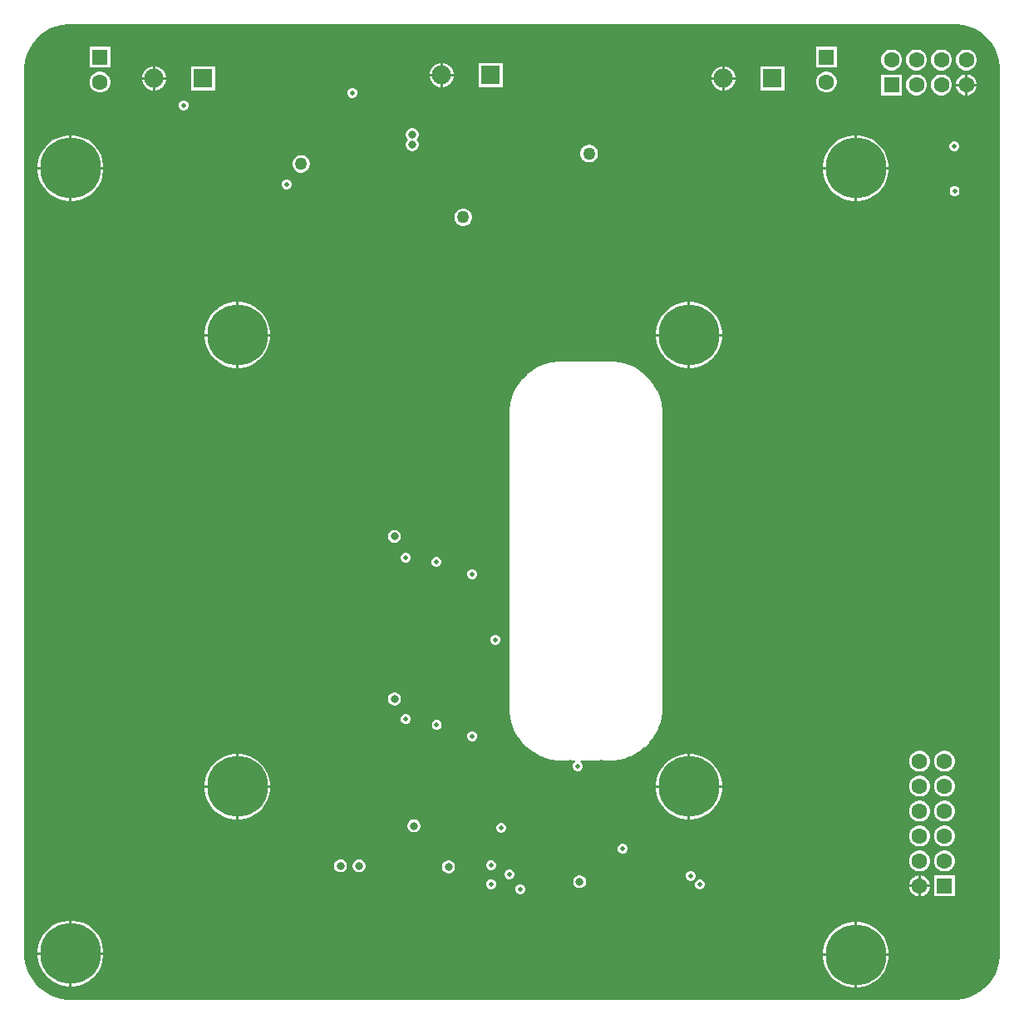
<source format=gbr>
%TF.GenerationSoftware,Altium Limited,Altium Designer,24.0.1 (36)*%
G04 Layer_Physical_Order=2*
G04 Layer_Color=36540*
%FSLAX25Y25*%
%MOIN*%
%TF.SameCoordinates,D5D63520-F272-4D0B-AB48-B6EDFC209223*%
%TF.FilePolarity,Positive*%
%TF.FileFunction,Copper,L2,Inr,Signal*%
%TF.Part,Single*%
G01*
G75*
%TA.AperFunction,ComponentPad*%
%ADD46R,0.07677X0.07677*%
%ADD47C,0.07677*%
%ADD48C,0.06299*%
%ADD49R,0.06299X0.06299*%
%ADD50R,0.06299X0.06299*%
%TA.AperFunction,ViaPad*%
%ADD51C,0.24410*%
%ADD52C,0.01968*%
%ADD53C,0.05000*%
%ADD54C,0.03150*%
G36*
X377629Y392180D02*
X379969Y391553D01*
X382207Y390626D01*
X384305Y389415D01*
X386227Y387940D01*
X387940Y386227D01*
X389415Y384305D01*
X390626Y382207D01*
X391553Y379969D01*
X392180Y377629D01*
X392497Y375227D01*
Y374016D01*
Y19685D01*
Y18474D01*
X392180Y16072D01*
X391553Y13732D01*
X390626Y11494D01*
X389415Y9396D01*
X387940Y7474D01*
X386227Y5761D01*
X384305Y4286D01*
X382207Y3074D01*
X379969Y2147D01*
X377629Y1520D01*
X375227Y1204D01*
X18474D01*
X16072Y1520D01*
X13732Y2147D01*
X11494Y3074D01*
X9396Y4286D01*
X7474Y5760D01*
X5761Y7474D01*
X4286Y9396D01*
X3074Y11494D01*
X2147Y13732D01*
X1520Y16072D01*
X1204Y18474D01*
Y19685D01*
Y374016D01*
Y375227D01*
X1520Y377629D01*
X2147Y379969D01*
X3074Y382207D01*
X4286Y384305D01*
X5760Y386227D01*
X7474Y387940D01*
X9396Y389415D01*
X11494Y390626D01*
X13732Y391553D01*
X16072Y392180D01*
X18474Y392497D01*
X375227D01*
X377629Y392180D01*
D02*
G37*
%LPC*%
G36*
X326984Y383351D02*
X318685D01*
Y375052D01*
X326984D01*
Y383351D01*
D02*
G37*
G36*
X35646Y383275D02*
X27347D01*
Y374975D01*
X35646D01*
Y383275D01*
D02*
G37*
G36*
X379518Y382212D02*
X378425D01*
X377370Y381930D01*
X376424Y381383D01*
X375651Y380611D01*
X375105Y379664D01*
X374822Y378609D01*
Y377517D01*
X375105Y376461D01*
X375651Y375515D01*
X376424Y374742D01*
X377370Y374196D01*
X378425Y373913D01*
X379518D01*
X380573Y374196D01*
X381519Y374742D01*
X382292Y375515D01*
X382838Y376461D01*
X383121Y377517D01*
Y378609D01*
X382838Y379664D01*
X382292Y380611D01*
X381519Y381383D01*
X380573Y381930D01*
X379518Y382212D01*
D02*
G37*
G36*
X369518D02*
X368425D01*
X367370Y381930D01*
X366424Y381383D01*
X365651Y380611D01*
X365105Y379664D01*
X364822Y378609D01*
Y377517D01*
X365105Y376461D01*
X365651Y375515D01*
X366424Y374742D01*
X367370Y374196D01*
X368425Y373913D01*
X369518D01*
X370573Y374196D01*
X371519Y374742D01*
X372292Y375515D01*
X372838Y376461D01*
X373121Y377517D01*
Y378609D01*
X372838Y379664D01*
X372292Y380611D01*
X371519Y381383D01*
X370573Y381930D01*
X369518Y382212D01*
D02*
G37*
G36*
X359518D02*
X358425D01*
X357370Y381930D01*
X356424Y381383D01*
X355651Y380611D01*
X355105Y379664D01*
X354822Y378609D01*
Y377517D01*
X355105Y376461D01*
X355651Y375515D01*
X356424Y374742D01*
X357370Y374196D01*
X358425Y373913D01*
X359518D01*
X360573Y374196D01*
X361519Y374742D01*
X362292Y375515D01*
X362838Y376461D01*
X363121Y377517D01*
Y378609D01*
X362838Y379664D01*
X362292Y380611D01*
X361519Y381383D01*
X360573Y381930D01*
X359518Y382212D01*
D02*
G37*
G36*
X349518D02*
X348425D01*
X347370Y381930D01*
X346424Y381383D01*
X345651Y380611D01*
X345105Y379664D01*
X344822Y378609D01*
Y377517D01*
X345105Y376461D01*
X345651Y375515D01*
X346424Y374742D01*
X347370Y374196D01*
X348425Y373913D01*
X349518D01*
X350573Y374196D01*
X351519Y374742D01*
X352292Y375515D01*
X352838Y376461D01*
X353121Y377517D01*
Y378609D01*
X352838Y379664D01*
X352292Y380611D01*
X351519Y381383D01*
X350573Y381930D01*
X349518Y382212D01*
D02*
G37*
G36*
X169099Y376886D02*
X168962D01*
Y372547D01*
X173301D01*
Y372684D01*
X172971Y373915D01*
X172334Y375018D01*
X171433Y375919D01*
X170330Y376556D01*
X169099Y376886D01*
D02*
G37*
G36*
X167962D02*
X167825D01*
X166595Y376556D01*
X165491Y375919D01*
X164590Y375018D01*
X163953Y373915D01*
X163624Y372684D01*
Y372547D01*
X167962D01*
Y376886D01*
D02*
G37*
G36*
X282133Y375540D02*
X281996D01*
Y371201D01*
X286335D01*
Y371339D01*
X286005Y372569D01*
X285368Y373673D01*
X284467Y374573D01*
X283364Y375210D01*
X282133Y375540D01*
D02*
G37*
G36*
X280996D02*
X280859D01*
X279628Y375210D01*
X278525Y374573D01*
X277624Y373673D01*
X276987Y372569D01*
X276658Y371339D01*
Y371201D01*
X280996D01*
Y375540D01*
D02*
G37*
G36*
X53787Y375464D02*
X53650D01*
Y371125D01*
X57988D01*
Y371262D01*
X57658Y372493D01*
X57021Y373596D01*
X56121Y374497D01*
X55017Y375134D01*
X53787Y375464D01*
D02*
G37*
G36*
X52650D02*
X52513D01*
X51282Y375134D01*
X50179Y374497D01*
X49278Y373596D01*
X48641Y372493D01*
X48311Y371262D01*
Y371125D01*
X52650D01*
Y375464D01*
D02*
G37*
G36*
X379518Y372212D02*
X379471D01*
Y368563D01*
X383121D01*
Y368609D01*
X382838Y369665D01*
X382292Y370611D01*
X381519Y371383D01*
X380573Y371930D01*
X379518Y372212D01*
D02*
G37*
G36*
X378471D02*
X378425D01*
X377370Y371930D01*
X376424Y371383D01*
X375651Y370611D01*
X375105Y369665D01*
X374822Y368609D01*
Y368563D01*
X378471D01*
Y372212D01*
D02*
G37*
G36*
X192986Y376886D02*
X183309D01*
Y367209D01*
X192986D01*
Y376886D01*
D02*
G37*
G36*
X173301Y371547D02*
X168962D01*
Y367209D01*
X169099D01*
X170330Y367538D01*
X171433Y368175D01*
X172334Y369076D01*
X172971Y370180D01*
X173301Y371410D01*
Y371547D01*
D02*
G37*
G36*
X167962D02*
X163624D01*
Y371410D01*
X163953Y370180D01*
X164590Y369076D01*
X165491Y368175D01*
X166595Y367538D01*
X167825Y367209D01*
X167962D01*
Y371547D01*
D02*
G37*
G36*
X306020Y375540D02*
X296342D01*
Y365863D01*
X306020D01*
Y375540D01*
D02*
G37*
G36*
X286335Y370201D02*
X281996D01*
Y365863D01*
X282133D01*
X283364Y366193D01*
X284467Y366830D01*
X285368Y367731D01*
X286005Y368834D01*
X286335Y370065D01*
Y370201D01*
D02*
G37*
G36*
X280996D02*
X276658D01*
Y370065D01*
X276987Y368834D01*
X277624Y367731D01*
X278525Y366830D01*
X279628Y366193D01*
X280859Y365863D01*
X280996D01*
Y370201D01*
D02*
G37*
G36*
X77673Y375464D02*
X67996D01*
Y365787D01*
X77673D01*
Y375464D01*
D02*
G37*
G36*
X57988Y370125D02*
X53650D01*
Y365787D01*
X53787D01*
X55017Y366116D01*
X56121Y366753D01*
X57021Y367654D01*
X57658Y368758D01*
X57988Y369988D01*
Y370125D01*
D02*
G37*
G36*
X52650D02*
X48311D01*
Y369988D01*
X48641Y368758D01*
X49278Y367654D01*
X50179Y366753D01*
X51282Y366116D01*
X52513Y365787D01*
X52650D01*
Y370125D01*
D02*
G37*
G36*
X323381Y373351D02*
X322288D01*
X321233Y373068D01*
X320287Y372522D01*
X319514Y371749D01*
X318968Y370803D01*
X318685Y369748D01*
Y368655D01*
X318968Y367600D01*
X319514Y366654D01*
X320287Y365881D01*
X321233Y365335D01*
X322288Y365052D01*
X323381D01*
X324436Y365335D01*
X325383Y365881D01*
X326155Y366654D01*
X326701Y367600D01*
X326984Y368655D01*
Y369748D01*
X326701Y370803D01*
X326155Y371749D01*
X325383Y372522D01*
X324436Y373068D01*
X323381Y373351D01*
D02*
G37*
G36*
X32042Y373275D02*
X30950D01*
X29894Y372992D01*
X28948Y372446D01*
X28176Y371673D01*
X27629Y370727D01*
X27347Y369671D01*
Y368579D01*
X27629Y367523D01*
X28176Y366577D01*
X28948Y365805D01*
X29894Y365258D01*
X30950Y364976D01*
X32042D01*
X33098Y365258D01*
X34044Y365805D01*
X34817Y366577D01*
X35363Y367523D01*
X35646Y368579D01*
Y369671D01*
X35363Y370727D01*
X34817Y371673D01*
X34044Y372446D01*
X33098Y372992D01*
X32042Y373275D01*
D02*
G37*
G36*
X383121Y367563D02*
X379471D01*
Y363913D01*
X379518D01*
X380573Y364196D01*
X381519Y364742D01*
X382292Y365515D01*
X382838Y366461D01*
X383121Y367516D01*
Y367563D01*
D02*
G37*
G36*
X378471D02*
X374822D01*
Y367516D01*
X375105Y366461D01*
X375651Y365515D01*
X376424Y364742D01*
X377370Y364196D01*
X378425Y363913D01*
X378471D01*
Y367563D01*
D02*
G37*
G36*
X369518Y372212D02*
X368425D01*
X367370Y371930D01*
X366424Y371383D01*
X365651Y370611D01*
X365105Y369665D01*
X364822Y368609D01*
Y367516D01*
X365105Y366461D01*
X365651Y365515D01*
X366424Y364742D01*
X367370Y364196D01*
X368425Y363913D01*
X369518D01*
X370573Y364196D01*
X371519Y364742D01*
X372292Y365515D01*
X372838Y366461D01*
X373121Y367516D01*
Y368609D01*
X372838Y369665D01*
X372292Y370611D01*
X371519Y371383D01*
X370573Y371930D01*
X369518Y372212D01*
D02*
G37*
G36*
X359518D02*
X358425D01*
X357370Y371930D01*
X356424Y371383D01*
X355651Y370611D01*
X355105Y369665D01*
X354822Y368609D01*
Y367516D01*
X355105Y366461D01*
X355651Y365515D01*
X356424Y364742D01*
X357370Y364196D01*
X358425Y363913D01*
X359518D01*
X360573Y364196D01*
X361519Y364742D01*
X362292Y365515D01*
X362838Y366461D01*
X363121Y367516D01*
Y368609D01*
X362838Y369665D01*
X362292Y370611D01*
X361519Y371383D01*
X360573Y371930D01*
X359518Y372212D01*
D02*
G37*
G36*
X353121D02*
X344822D01*
Y363913D01*
X353121D01*
Y372212D01*
D02*
G37*
G36*
X133072Y366857D02*
X132282D01*
X131553Y366555D01*
X130995Y365997D01*
X130693Y365267D01*
Y364478D01*
X130995Y363749D01*
X131553Y363190D01*
X132282Y362888D01*
X133072D01*
X133801Y363190D01*
X134359Y363749D01*
X134661Y364478D01*
Y365267D01*
X134359Y365997D01*
X133801Y366555D01*
X133072Y366857D01*
D02*
G37*
G36*
X65509Y361855D02*
X64719D01*
X63990Y361553D01*
X63432Y360995D01*
X63130Y360265D01*
Y359476D01*
X63432Y358747D01*
X63990Y358189D01*
X64719Y357886D01*
X65509D01*
X66238Y358189D01*
X66796Y358747D01*
X67098Y359476D01*
Y360265D01*
X66796Y360995D01*
X66238Y361553D01*
X65509Y361855D01*
D02*
G37*
G36*
X157049Y350602D02*
X156371D01*
X155716Y350427D01*
X155129Y350088D01*
X154649Y349608D01*
X154310Y349021D01*
X154135Y348367D01*
Y347689D01*
X154310Y347034D01*
X154649Y346447D01*
X155052Y346044D01*
X154649Y345641D01*
X154310Y345054D01*
X154135Y344399D01*
Y343721D01*
X154310Y343066D01*
X154649Y342479D01*
X155129Y342000D01*
X155716Y341661D01*
X156371Y341485D01*
X157049D01*
X157704Y341661D01*
X158291Y342000D01*
X158770Y342479D01*
X159109Y343066D01*
X159285Y343721D01*
Y344399D01*
X159109Y345054D01*
X158770Y345641D01*
X158367Y346044D01*
X158770Y346447D01*
X159109Y347034D01*
X159285Y347689D01*
Y348367D01*
X159109Y349021D01*
X158770Y349608D01*
X158291Y350088D01*
X157704Y350427D01*
X157049Y350602D01*
D02*
G37*
G36*
X374558Y345428D02*
X373769D01*
X373040Y345126D01*
X372481Y344568D01*
X372179Y343839D01*
Y343050D01*
X372481Y342320D01*
X373040Y341762D01*
X373769Y341460D01*
X374558D01*
X375288Y341762D01*
X375846Y342320D01*
X376148Y343050D01*
Y343839D01*
X375846Y344568D01*
X375288Y345126D01*
X374558Y345428D01*
D02*
G37*
G36*
X228178Y343953D02*
X227256D01*
X226366Y343714D01*
X225568Y343253D01*
X224917Y342602D01*
X224456Y341804D01*
X224217Y340914D01*
Y339992D01*
X224456Y339102D01*
X224917Y338304D01*
X225568Y337652D01*
X226366Y337191D01*
X227256Y336953D01*
X228178D01*
X229068Y337191D01*
X229866Y337652D01*
X230518Y338304D01*
X230979Y339102D01*
X231217Y339992D01*
Y340914D01*
X230979Y341804D01*
X230518Y342602D01*
X229866Y343253D01*
X229068Y343714D01*
X228178Y343953D01*
D02*
G37*
G36*
X335685Y347850D02*
X335146D01*
Y335146D01*
X347850D01*
Y335685D01*
X347525Y337738D01*
X346883Y339715D01*
X345939Y341566D01*
X344718Y343248D01*
X343248Y344718D01*
X341566Y345939D01*
X339715Y346883D01*
X337738Y347525D01*
X335685Y347850D01*
D02*
G37*
G36*
X334146D02*
X333606D01*
X331554Y347525D01*
X329577Y346883D01*
X327725Y345939D01*
X326043Y344718D01*
X324574Y343248D01*
X323352Y341566D01*
X322408Y339715D01*
X321766Y337738D01*
X321441Y335685D01*
Y335146D01*
X334146D01*
Y347850D01*
D02*
G37*
G36*
X20724Y347850D02*
X20185D01*
Y335146D01*
X32890D01*
Y335685D01*
X32565Y337738D01*
X31922Y339715D01*
X30979Y341566D01*
X29757Y343248D01*
X28287Y344718D01*
X26606Y345939D01*
X24754Y346883D01*
X22777Y347525D01*
X20724Y347850D01*
D02*
G37*
G36*
X19185D02*
X18646D01*
X16593Y347525D01*
X14616Y346883D01*
X12764Y345939D01*
X11083Y344718D01*
X9613Y343248D01*
X8391Y341566D01*
X7448Y339715D01*
X6805Y337738D01*
X6480Y335685D01*
Y335146D01*
X19185D01*
Y347850D01*
D02*
G37*
G36*
X112665Y339916D02*
X111744D01*
X110854Y339677D01*
X110056Y339216D01*
X109404Y338565D01*
X108943Y337767D01*
X108705Y336877D01*
Y335955D01*
X108943Y335065D01*
X109404Y334267D01*
X110056Y333615D01*
X110854Y333154D01*
X111744Y332916D01*
X112665D01*
X113556Y333154D01*
X114354Y333615D01*
X115005Y334267D01*
X115466Y335065D01*
X115705Y335955D01*
Y336877D01*
X115466Y337767D01*
X115005Y338565D01*
X114354Y339216D01*
X113556Y339677D01*
X112665Y339916D01*
D02*
G37*
G36*
X106755Y330134D02*
X105966D01*
X105236Y329832D01*
X104678Y329274D01*
X104376Y328544D01*
Y327755D01*
X104678Y327026D01*
X105236Y326467D01*
X105966Y326165D01*
X106755D01*
X107484Y326467D01*
X108043Y327026D01*
X108345Y327755D01*
Y328544D01*
X108043Y329274D01*
X107484Y329832D01*
X106755Y330134D01*
D02*
G37*
G36*
X374658Y327468D02*
X373869D01*
X373140Y327166D01*
X372582Y326608D01*
X372280Y325879D01*
Y325090D01*
X372582Y324360D01*
X373140Y323802D01*
X373869Y323500D01*
X374658D01*
X375388Y323802D01*
X375946Y324360D01*
X376248Y325090D01*
Y325879D01*
X375946Y326608D01*
X375388Y327166D01*
X374658Y327468D01*
D02*
G37*
G36*
X347850Y334146D02*
X335146D01*
Y321441D01*
X335685D01*
X337738Y321766D01*
X339715Y322408D01*
X341566Y323352D01*
X343248Y324574D01*
X344718Y326043D01*
X345939Y327725D01*
X346883Y329577D01*
X347525Y331554D01*
X347850Y333606D01*
Y334146D01*
D02*
G37*
G36*
X334146D02*
X321441D01*
Y333606D01*
X321766Y331554D01*
X322408Y329577D01*
X323352Y327725D01*
X324574Y326043D01*
X326043Y324574D01*
X327725Y323352D01*
X329577Y322408D01*
X331554Y321766D01*
X333606Y321441D01*
X334146D01*
Y334146D01*
D02*
G37*
G36*
X32890Y334146D02*
X20185D01*
Y321441D01*
X20724D01*
X22777Y321766D01*
X24754Y322408D01*
X26606Y323352D01*
X28287Y324574D01*
X29757Y326043D01*
X30979Y327725D01*
X31922Y329577D01*
X32565Y331554D01*
X32890Y333606D01*
Y334146D01*
D02*
G37*
G36*
X19185D02*
X6480D01*
Y333606D01*
X6805Y331554D01*
X7448Y329577D01*
X8391Y327725D01*
X9613Y326043D01*
X11083Y324574D01*
X12764Y323352D01*
X14616Y322408D01*
X16593Y321766D01*
X18646Y321441D01*
X19185D01*
Y334146D01*
D02*
G37*
G36*
X177626Y318461D02*
X176705D01*
X175814Y318222D01*
X175016Y317761D01*
X174365Y317110D01*
X173904Y316312D01*
X173665Y315421D01*
Y314500D01*
X173904Y313610D01*
X174365Y312812D01*
X175016Y312160D01*
X175814Y311699D01*
X176705Y311461D01*
X177626D01*
X178516Y311699D01*
X179314Y312160D01*
X179966Y312812D01*
X180427Y313610D01*
X180665Y314500D01*
Y315421D01*
X180427Y316312D01*
X179966Y317110D01*
X179314Y317761D01*
X178516Y318222D01*
X177626Y318461D01*
D02*
G37*
G36*
X268756Y280921D02*
X268216D01*
Y268216D01*
X280921D01*
Y268756D01*
X280596Y270809D01*
X279954Y272785D01*
X279010Y274637D01*
X277788Y276319D01*
X276319Y277788D01*
X274637Y279010D01*
X272785Y279954D01*
X270809Y280596D01*
X268756Y280921D01*
D02*
G37*
G36*
X267216D02*
X266677D01*
X264624Y280596D01*
X262648Y279954D01*
X260796Y279010D01*
X259114Y277788D01*
X257645Y276319D01*
X256423Y274637D01*
X255479Y272785D01*
X254837Y270809D01*
X254512Y268756D01*
Y268216D01*
X267216D01*
Y280921D01*
D02*
G37*
G36*
X87653D02*
X87114D01*
Y268216D01*
X99819D01*
Y268756D01*
X99494Y270809D01*
X98852Y272785D01*
X97908Y274637D01*
X96686Y276319D01*
X95217Y277788D01*
X93535Y279010D01*
X91683Y279954D01*
X89706Y280596D01*
X87653Y280921D01*
D02*
G37*
G36*
X86114D02*
X85575D01*
X83522Y280596D01*
X81545Y279954D01*
X79693Y279010D01*
X78012Y277788D01*
X76542Y276319D01*
X75321Y274637D01*
X74377Y272785D01*
X73735Y270809D01*
X73409Y268756D01*
Y268216D01*
X86114D01*
Y280921D01*
D02*
G37*
G36*
X237357Y257111D02*
X236063Y257110D01*
X236063Y257110D01*
X236063Y257110D01*
X216693Y257110D01*
X215399Y257110D01*
X215321Y257094D01*
X215241Y257099D01*
X212675Y256762D01*
X212599Y256736D01*
X212520Y256731D01*
X210020Y256061D01*
X209948Y256026D01*
X209870Y256010D01*
X207479Y255019D01*
X207413Y254975D01*
X207337Y254950D01*
X205096Y253655D01*
X205036Y253603D01*
X204964Y253568D01*
X202911Y251992D01*
X202858Y251932D01*
X202792Y251888D01*
X200962Y250058D01*
X200918Y249991D01*
X200858Y249939D01*
X199282Y247885D01*
X199247Y247814D01*
X199194Y247754D01*
X197900Y245512D01*
X197874Y245437D01*
X197830Y245371D01*
X196840Y242979D01*
X196824Y242901D01*
X196789Y242830D01*
X196119Y240330D01*
X196114Y240250D01*
X196088Y240175D01*
X195750Y237608D01*
X195756Y237529D01*
X195740Y237451D01*
X195740Y236157D01*
Y118111D01*
X195740Y116816D01*
X195756Y116738D01*
X195750Y116659D01*
X196088Y114093D01*
X196114Y114017D01*
X196119Y113938D01*
X196789Y111437D01*
X196824Y111366D01*
X196840Y111288D01*
X197830Y108897D01*
X197874Y108830D01*
X197900Y108755D01*
X199194Y106513D01*
X199247Y106454D01*
X199282Y106382D01*
X200858Y104329D01*
X200918Y104276D01*
X200962Y104210D01*
X202792Y102380D01*
X202858Y102336D01*
X202911Y102276D01*
X204964Y100700D01*
X205036Y100665D01*
X205096Y100612D01*
X207337Y99318D01*
X207413Y99292D01*
X207479Y99248D01*
X209870Y98257D01*
X209948Y98242D01*
X210020Y98207D01*
X212520Y97537D01*
X212599Y97532D01*
X212675Y97506D01*
X215241Y97168D01*
X215321Y97173D01*
X215399Y97158D01*
X216693Y97158D01*
X218822D01*
X219283Y97250D01*
X219930Y97518D01*
X220430Y97299D01*
X220429Y97048D01*
X222128D01*
X222227Y96548D01*
X222089Y96490D01*
X221530Y95932D01*
X221228Y95203D01*
Y94413D01*
X221530Y93684D01*
X222089Y93126D01*
X222818Y92824D01*
X223607D01*
X224337Y93126D01*
X224895Y93684D01*
X225197Y94413D01*
Y95203D01*
X224895Y95932D01*
X224337Y96490D01*
X224198Y96548D01*
X224298Y97048D01*
X232246D01*
Y97271D01*
X232252Y97275D01*
X232747Y97490D01*
X233327Y97250D01*
X233788Y97158D01*
X234161Y97158D01*
X237357D01*
X237435Y97173D01*
X237515Y97168D01*
X240081Y97506D01*
X240156Y97532D01*
X240236Y97537D01*
X242736Y98207D01*
X242808Y98242D01*
X242885Y98257D01*
X245277Y99248D01*
X245343Y99292D01*
X245418Y99318D01*
X247660Y100612D01*
X247720Y100665D01*
X247791Y100700D01*
X249845Y102276D01*
X249898Y102336D01*
X249964Y102380D01*
X251794Y104210D01*
X251838Y104276D01*
X251898Y104329D01*
X253474Y106382D01*
X253509Y106454D01*
X253561Y106513D01*
X254856Y108755D01*
X254881Y108830D01*
X254925Y108897D01*
X255916Y111288D01*
X255932Y111366D01*
X255967Y111437D01*
X256637Y113938D01*
X256642Y114017D01*
X256668Y114093D01*
X257006Y116659D01*
X257000Y116738D01*
X257016Y116816D01*
X257016Y118110D01*
X257016Y118110D01*
X257046Y236157D01*
X257046Y236157D01*
X257046Y236158D01*
X257045Y237453D01*
X257030Y237531D01*
X257035Y237610D01*
X256695Y240179D01*
X256669Y240254D01*
X256664Y240333D01*
X255991Y242835D01*
X255956Y242906D01*
X255941Y242984D01*
X254947Y245377D01*
X254903Y245443D01*
X254878Y245518D01*
X253580Y247761D01*
X253528Y247821D01*
X253493Y247892D01*
X251914Y249946D01*
X251854Y249998D01*
X251810Y250065D01*
X249977Y251895D01*
X249911Y251939D01*
X249858Y251999D01*
X247802Y253574D01*
X247730Y253609D01*
X247671Y253662D01*
X245426Y254956D01*
X245351Y254981D01*
X245285Y255025D01*
X242890Y256015D01*
X242812Y256030D01*
X242741Y256065D01*
X240238Y256734D01*
X240159Y256739D01*
X240084Y256764D01*
X237515Y257101D01*
X237435Y257095D01*
X237357Y257111D01*
D02*
G37*
G36*
X280921Y267216D02*
X268216D01*
Y254512D01*
X268756D01*
X270809Y254837D01*
X272785Y255479D01*
X274637Y256423D01*
X276319Y257645D01*
X277788Y259114D01*
X279010Y260796D01*
X279954Y262648D01*
X280596Y264624D01*
X280921Y266677D01*
Y267216D01*
D02*
G37*
G36*
X267216D02*
X254512D01*
Y266677D01*
X254837Y264624D01*
X255479Y262648D01*
X256423Y260796D01*
X257645Y259114D01*
X259114Y257645D01*
X260796Y256423D01*
X262648Y255479D01*
X264624Y254837D01*
X266677Y254512D01*
X267216D01*
Y267216D01*
D02*
G37*
G36*
X99819D02*
X87114D01*
Y254512D01*
X87653D01*
X89706Y254837D01*
X91683Y255479D01*
X93535Y256423D01*
X95217Y257645D01*
X96686Y259114D01*
X97908Y260796D01*
X98852Y262648D01*
X99494Y264624D01*
X99819Y266677D01*
Y267216D01*
D02*
G37*
G36*
X86114D02*
X73409D01*
Y266677D01*
X73735Y264624D01*
X74377Y262648D01*
X75321Y260796D01*
X76542Y259114D01*
X78012Y257645D01*
X79693Y256423D01*
X81545Y255479D01*
X83522Y254837D01*
X85575Y254512D01*
X86114D01*
Y267216D01*
D02*
G37*
G36*
X149945Y189555D02*
X149267D01*
X148612Y189380D01*
X148025Y189041D01*
X147546Y188561D01*
X147207Y187974D01*
X147031Y187319D01*
Y186641D01*
X147207Y185986D01*
X147546Y185399D01*
X148025Y184920D01*
X148612Y184581D01*
X149267Y184406D01*
X149945D01*
X150600Y184581D01*
X151187Y184920D01*
X151667Y185399D01*
X152006Y185986D01*
X152181Y186641D01*
Y187319D01*
X152006Y187974D01*
X151667Y188561D01*
X151187Y189041D01*
X150600Y189380D01*
X149945Y189555D01*
D02*
G37*
G36*
X154571Y180412D02*
X153781D01*
X153052Y180110D01*
X152494Y179552D01*
X152192Y178823D01*
Y178033D01*
X152494Y177304D01*
X153052Y176746D01*
X153781Y176444D01*
X154571D01*
X155300Y176746D01*
X155858Y177304D01*
X156160Y178033D01*
Y178823D01*
X155858Y179552D01*
X155300Y180110D01*
X154571Y180412D01*
D02*
G37*
G36*
X166848Y178650D02*
X166059D01*
X165329Y178348D01*
X164771Y177789D01*
X164469Y177060D01*
Y176271D01*
X164771Y175541D01*
X165329Y174983D01*
X166059Y174681D01*
X166848D01*
X167577Y174983D01*
X168135Y175541D01*
X168437Y176271D01*
Y177060D01*
X168135Y177789D01*
X167577Y178348D01*
X166848Y178650D01*
D02*
G37*
G36*
X181210Y173827D02*
X180420D01*
X179691Y173525D01*
X179133Y172967D01*
X178831Y172237D01*
Y171448D01*
X179133Y170719D01*
X179691Y170160D01*
X180420Y169858D01*
X181210D01*
X181939Y170160D01*
X182497Y170719D01*
X182799Y171448D01*
Y172237D01*
X182497Y172967D01*
X181939Y173525D01*
X181210Y173827D01*
D02*
G37*
G36*
X190495Y147532D02*
X189706D01*
X188976Y147230D01*
X188418Y146671D01*
X188116Y145942D01*
Y145153D01*
X188418Y144423D01*
X188976Y143865D01*
X189706Y143563D01*
X190495D01*
X191224Y143865D01*
X191782Y144423D01*
X192085Y145153D01*
Y145942D01*
X191782Y146671D01*
X191224Y147230D01*
X190495Y147532D01*
D02*
G37*
G36*
X149945Y124367D02*
X149267D01*
X148612Y124192D01*
X148025Y123853D01*
X147546Y123374D01*
X147207Y122786D01*
X147031Y122132D01*
Y121454D01*
X147207Y120799D01*
X147546Y120212D01*
X148025Y119732D01*
X148612Y119393D01*
X149267Y119218D01*
X149945D01*
X150600Y119393D01*
X151187Y119732D01*
X151667Y120212D01*
X152006Y120799D01*
X152181Y121454D01*
Y122132D01*
X152006Y122786D01*
X151667Y123374D01*
X151187Y123853D01*
X150600Y124192D01*
X149945Y124367D01*
D02*
G37*
G36*
X154571Y115675D02*
X153781D01*
X153052Y115373D01*
X152494Y114815D01*
X152192Y114085D01*
Y113296D01*
X152494Y112567D01*
X153052Y112009D01*
X153781Y111706D01*
X154571D01*
X155300Y112009D01*
X155858Y112567D01*
X156160Y113296D01*
Y114085D01*
X155858Y114815D01*
X155300Y115373D01*
X154571Y115675D01*
D02*
G37*
G36*
X166974Y113422D02*
X166185D01*
X165456Y113120D01*
X164898Y112561D01*
X164595Y111832D01*
Y111043D01*
X164898Y110313D01*
X165456Y109755D01*
X166185Y109453D01*
X166974D01*
X167704Y109755D01*
X168262Y110313D01*
X168564Y111043D01*
Y111832D01*
X168262Y112561D01*
X167704Y113120D01*
X166974Y113422D01*
D02*
G37*
G36*
X181210Y108866D02*
X180420D01*
X179691Y108564D01*
X179133Y108006D01*
X178831Y107277D01*
Y106487D01*
X179133Y105758D01*
X179691Y105200D01*
X180420Y104898D01*
X181210D01*
X181939Y105200D01*
X182497Y105758D01*
X182799Y106487D01*
Y107277D01*
X182497Y108006D01*
X181939Y108564D01*
X181210Y108866D01*
D02*
G37*
G36*
X370782Y100921D02*
X369690D01*
X368635Y100638D01*
X367688Y100092D01*
X366916Y99320D01*
X366369Y98373D01*
X366087Y97318D01*
Y96225D01*
X366369Y95170D01*
X366916Y94224D01*
X367688Y93451D01*
X368635Y92905D01*
X369690Y92622D01*
X370782D01*
X371838Y92905D01*
X372784Y93451D01*
X373557Y94224D01*
X374103Y95170D01*
X374386Y96225D01*
Y97318D01*
X374103Y98373D01*
X373557Y99320D01*
X372784Y100092D01*
X371838Y100638D01*
X370782Y100921D01*
D02*
G37*
G36*
X360783D02*
X359690D01*
X358634Y100638D01*
X357688Y100092D01*
X356916Y99320D01*
X356369Y98373D01*
X356087Y97318D01*
Y96225D01*
X356369Y95170D01*
X356916Y94224D01*
X357688Y93451D01*
X358634Y92905D01*
X359690Y92622D01*
X360783D01*
X361838Y92905D01*
X362784Y93451D01*
X363557Y94224D01*
X364103Y95170D01*
X364386Y96225D01*
Y97318D01*
X364103Y98373D01*
X363557Y99320D01*
X362784Y100092D01*
X361838Y100638D01*
X360783Y100921D01*
D02*
G37*
G36*
X268756Y99819D02*
X268216D01*
Y87114D01*
X280921D01*
Y87653D01*
X280596Y89706D01*
X279954Y91683D01*
X279010Y93535D01*
X277788Y95217D01*
X276319Y96686D01*
X274637Y97908D01*
X272785Y98852D01*
X270809Y99494D01*
X268756Y99819D01*
D02*
G37*
G36*
X267216D02*
X266677D01*
X264624Y99494D01*
X262648Y98852D01*
X260796Y97908D01*
X259114Y96686D01*
X257645Y95217D01*
X256423Y93535D01*
X255479Y91683D01*
X254837Y89706D01*
X254512Y87653D01*
Y87114D01*
X267216D01*
Y99819D01*
D02*
G37*
G36*
X87653D02*
X87114D01*
Y87114D01*
X99819D01*
Y87653D01*
X99494Y89706D01*
X98852Y91683D01*
X97908Y93535D01*
X96686Y95217D01*
X95217Y96686D01*
X93535Y97908D01*
X91683Y98852D01*
X89706Y99494D01*
X87653Y99819D01*
D02*
G37*
G36*
X86114D02*
X85575D01*
X83522Y99494D01*
X81545Y98852D01*
X79693Y97908D01*
X78012Y96686D01*
X76542Y95217D01*
X75321Y93535D01*
X74377Y91683D01*
X73735Y89706D01*
X73409Y87653D01*
Y87114D01*
X86114D01*
Y99819D01*
D02*
G37*
G36*
X370782Y90921D02*
X369690D01*
X368635Y90639D01*
X367688Y90092D01*
X366916Y89320D01*
X366369Y88373D01*
X366087Y87318D01*
Y86225D01*
X366369Y85170D01*
X366916Y84224D01*
X367688Y83451D01*
X368635Y82905D01*
X369690Y82622D01*
X370782D01*
X371838Y82905D01*
X372784Y83451D01*
X373557Y84224D01*
X374103Y85170D01*
X374386Y86225D01*
Y87318D01*
X374103Y88373D01*
X373557Y89320D01*
X372784Y90092D01*
X371838Y90639D01*
X370782Y90921D01*
D02*
G37*
G36*
X360783D02*
X359690D01*
X358634Y90639D01*
X357688Y90092D01*
X356916Y89320D01*
X356369Y88373D01*
X356087Y87318D01*
Y86225D01*
X356369Y85170D01*
X356916Y84224D01*
X357688Y83451D01*
X358634Y82905D01*
X359690Y82622D01*
X360783D01*
X361838Y82905D01*
X362784Y83451D01*
X363557Y84224D01*
X364103Y85170D01*
X364386Y86225D01*
Y87318D01*
X364103Y88373D01*
X363557Y89320D01*
X362784Y90092D01*
X361838Y90639D01*
X360783Y90921D01*
D02*
G37*
G36*
X280921Y86114D02*
X268216D01*
Y73409D01*
X268756D01*
X270809Y73735D01*
X272785Y74377D01*
X274637Y75321D01*
X276319Y76542D01*
X277788Y78012D01*
X279010Y79693D01*
X279954Y81545D01*
X280596Y83522D01*
X280921Y85575D01*
Y86114D01*
D02*
G37*
G36*
X267216D02*
X254512D01*
Y85575D01*
X254837Y83522D01*
X255479Y81545D01*
X256423Y79693D01*
X257645Y78012D01*
X259114Y76542D01*
X260796Y75321D01*
X262648Y74377D01*
X264624Y73735D01*
X266677Y73409D01*
X267216D01*
Y86114D01*
D02*
G37*
G36*
X99819D02*
X87114D01*
Y73409D01*
X87653D01*
X89706Y73735D01*
X91683Y74377D01*
X93535Y75321D01*
X95217Y76542D01*
X96686Y78012D01*
X97908Y79693D01*
X98852Y81545D01*
X99494Y83522D01*
X99819Y85575D01*
Y86114D01*
D02*
G37*
G36*
X86114D02*
X73409D01*
Y85575D01*
X73735Y83522D01*
X74377Y81545D01*
X75321Y79693D01*
X76542Y78012D01*
X78012Y76542D01*
X79693Y75321D01*
X81545Y74377D01*
X83522Y73735D01*
X85575Y73409D01*
X86114D01*
Y86114D01*
D02*
G37*
G36*
X370782Y80921D02*
X369690D01*
X368635Y80638D01*
X367688Y80092D01*
X366916Y79320D01*
X366369Y78373D01*
X366087Y77318D01*
Y76225D01*
X366369Y75170D01*
X366916Y74224D01*
X367688Y73451D01*
X368635Y72905D01*
X369690Y72622D01*
X370782D01*
X371838Y72905D01*
X372784Y73451D01*
X373557Y74224D01*
X374103Y75170D01*
X374386Y76225D01*
Y77318D01*
X374103Y78373D01*
X373557Y79320D01*
X372784Y80092D01*
X371838Y80638D01*
X370782Y80921D01*
D02*
G37*
G36*
X360783D02*
X359690D01*
X358634Y80638D01*
X357688Y80092D01*
X356916Y79320D01*
X356369Y78373D01*
X356087Y77318D01*
Y76225D01*
X356369Y75170D01*
X356916Y74224D01*
X357688Y73451D01*
X358634Y72905D01*
X359690Y72622D01*
X360783D01*
X361838Y72905D01*
X362784Y73451D01*
X363557Y74224D01*
X364103Y75170D01*
X364386Y76225D01*
Y77318D01*
X364103Y78373D01*
X363557Y79320D01*
X362784Y80092D01*
X361838Y80638D01*
X360783Y80921D01*
D02*
G37*
G36*
X157819Y73441D02*
X157141D01*
X156486Y73265D01*
X155899Y72926D01*
X155420Y72447D01*
X155081Y71860D01*
X154905Y71205D01*
Y70527D01*
X155081Y69872D01*
X155420Y69285D01*
X155899Y68806D01*
X156486Y68467D01*
X157141Y68291D01*
X157819D01*
X158474Y68467D01*
X159061Y68806D01*
X159541Y69285D01*
X159880Y69872D01*
X160055Y70527D01*
Y71205D01*
X159880Y71860D01*
X159541Y72447D01*
X159061Y72926D01*
X158474Y73265D01*
X157819Y73441D01*
D02*
G37*
G36*
X192825Y72091D02*
X192035D01*
X191306Y71789D01*
X190748Y71231D01*
X190446Y70501D01*
Y69712D01*
X190748Y68983D01*
X191306Y68424D01*
X192035Y68122D01*
X192825D01*
X193554Y68424D01*
X194112Y68983D01*
X194414Y69712D01*
Y70501D01*
X194112Y71231D01*
X193554Y71789D01*
X192825Y72091D01*
D02*
G37*
G36*
X370782Y70921D02*
X369690D01*
X368635Y70639D01*
X367688Y70092D01*
X366916Y69320D01*
X366369Y68373D01*
X366087Y67318D01*
Y66225D01*
X366369Y65170D01*
X366916Y64224D01*
X367688Y63451D01*
X368635Y62905D01*
X369690Y62622D01*
X370782D01*
X371838Y62905D01*
X372784Y63451D01*
X373557Y64224D01*
X374103Y65170D01*
X374386Y66225D01*
Y67318D01*
X374103Y68373D01*
X373557Y69320D01*
X372784Y70092D01*
X371838Y70639D01*
X370782Y70921D01*
D02*
G37*
G36*
X360783D02*
X359690D01*
X358634Y70639D01*
X357688Y70092D01*
X356916Y69320D01*
X356369Y68373D01*
X356087Y67318D01*
Y66225D01*
X356369Y65170D01*
X356916Y64224D01*
X357688Y63451D01*
X358634Y62905D01*
X359690Y62622D01*
X360783D01*
X361838Y62905D01*
X362784Y63451D01*
X363557Y64224D01*
X364103Y65170D01*
X364386Y66225D01*
Y67318D01*
X364103Y68373D01*
X363557Y69320D01*
X362784Y70092D01*
X361838Y70639D01*
X360783Y70921D01*
D02*
G37*
G36*
X241569Y63682D02*
X240780D01*
X240050Y63380D01*
X239492Y62822D01*
X239190Y62093D01*
Y61303D01*
X239492Y60574D01*
X240050Y60016D01*
X240780Y59714D01*
X241569D01*
X242298Y60016D01*
X242856Y60574D01*
X243159Y61303D01*
Y62093D01*
X242856Y62822D01*
X242298Y63380D01*
X241569Y63682D01*
D02*
G37*
G36*
X188690Y57040D02*
X187901D01*
X187171Y56738D01*
X186613Y56180D01*
X186311Y55450D01*
Y54661D01*
X186613Y53932D01*
X187171Y53374D01*
X187901Y53072D01*
X188690D01*
X189419Y53374D01*
X189977Y53932D01*
X190279Y54661D01*
Y55450D01*
X189977Y56180D01*
X189419Y56738D01*
X188690Y57040D01*
D02*
G37*
G36*
X370782Y60921D02*
X369690D01*
X368635Y60638D01*
X367688Y60092D01*
X366916Y59320D01*
X366369Y58373D01*
X366087Y57318D01*
Y56225D01*
X366369Y55170D01*
X366916Y54224D01*
X367688Y53451D01*
X368635Y52905D01*
X369690Y52622D01*
X370782D01*
X371838Y52905D01*
X372784Y53451D01*
X373557Y54224D01*
X374103Y55170D01*
X374386Y56225D01*
Y57318D01*
X374103Y58373D01*
X373557Y59320D01*
X372784Y60092D01*
X371838Y60638D01*
X370782Y60921D01*
D02*
G37*
G36*
X360783D02*
X359690D01*
X358634Y60638D01*
X357688Y60092D01*
X356916Y59320D01*
X356369Y58373D01*
X356087Y57318D01*
Y56225D01*
X356369Y55170D01*
X356916Y54224D01*
X357688Y53451D01*
X358634Y52905D01*
X359690Y52622D01*
X360783D01*
X361838Y52905D01*
X362784Y53451D01*
X363557Y54224D01*
X364103Y55170D01*
X364386Y56225D01*
Y57318D01*
X364103Y58373D01*
X363557Y59320D01*
X362784Y60092D01*
X361838Y60638D01*
X360783Y60921D01*
D02*
G37*
G36*
X135772Y57434D02*
X135094D01*
X134439Y57258D01*
X133852Y56919D01*
X133373Y56440D01*
X133034Y55853D01*
X132858Y55198D01*
Y54520D01*
X133034Y53865D01*
X133373Y53278D01*
X133852Y52799D01*
X134439Y52460D01*
X135094Y52284D01*
X135772D01*
X136427Y52460D01*
X137014Y52799D01*
X137493Y53278D01*
X137832Y53865D01*
X138008Y54520D01*
Y55198D01*
X137832Y55853D01*
X137493Y56440D01*
X137014Y56919D01*
X136427Y57258D01*
X135772Y57434D01*
D02*
G37*
G36*
X128292D02*
X127614D01*
X126959Y57258D01*
X126372Y56919D01*
X125892Y56440D01*
X125553Y55853D01*
X125378Y55198D01*
Y54520D01*
X125553Y53865D01*
X125892Y53278D01*
X126372Y52799D01*
X126959Y52460D01*
X127614Y52284D01*
X128292D01*
X128947Y52460D01*
X129534Y52799D01*
X130013Y53278D01*
X130352Y53865D01*
X130528Y54520D01*
Y55198D01*
X130352Y55853D01*
X130013Y56440D01*
X129534Y56919D01*
X128947Y57258D01*
X128292Y57434D01*
D02*
G37*
G36*
X171599Y56950D02*
X170921D01*
X170266Y56774D01*
X169679Y56435D01*
X169200Y55956D01*
X168860Y55369D01*
X168685Y54714D01*
Y54036D01*
X168860Y53381D01*
X169200Y52794D01*
X169679Y52314D01*
X170266Y51975D01*
X170921Y51800D01*
X171599D01*
X172254Y51975D01*
X172841Y52314D01*
X173320Y52794D01*
X173659Y53381D01*
X173835Y54036D01*
Y54714D01*
X173659Y55369D01*
X173320Y55956D01*
X172841Y56435D01*
X172254Y56774D01*
X171599Y56950D01*
D02*
G37*
G36*
X196081Y53420D02*
X195291D01*
X194562Y53118D01*
X194004Y52560D01*
X193702Y51831D01*
Y51041D01*
X194004Y50312D01*
X194562Y49754D01*
X195291Y49452D01*
X196081D01*
X196810Y49754D01*
X197368Y50312D01*
X197670Y51041D01*
Y51831D01*
X197368Y52560D01*
X196810Y53118D01*
X196081Y53420D01*
D02*
G37*
G36*
X268806Y52830D02*
X268017D01*
X267287Y52528D01*
X266729Y51970D01*
X266427Y51240D01*
Y50451D01*
X266729Y49722D01*
X267287Y49163D01*
X268017Y48861D01*
X268806D01*
X269535Y49163D01*
X270093Y49722D01*
X270395Y50451D01*
Y51240D01*
X270093Y51970D01*
X269535Y52528D01*
X268806Y52830D01*
D02*
G37*
G36*
X360783Y50921D02*
X360736D01*
Y47272D01*
X364386D01*
Y47318D01*
X364103Y48373D01*
X363557Y49320D01*
X362784Y50092D01*
X361838Y50639D01*
X360783Y50921D01*
D02*
G37*
G36*
X359736D02*
X359690D01*
X358634Y50639D01*
X357688Y50092D01*
X356916Y49320D01*
X356369Y48373D01*
X356087Y47318D01*
Y47272D01*
X359736D01*
Y50921D01*
D02*
G37*
G36*
X224248Y51091D02*
X223570D01*
X222916Y50915D01*
X222328Y50576D01*
X221849Y50097D01*
X221510Y49510D01*
X221335Y48855D01*
Y48177D01*
X221510Y47522D01*
X221849Y46935D01*
X222328Y46455D01*
X222916Y46116D01*
X223570Y45941D01*
X224248D01*
X224903Y46116D01*
X225490Y46455D01*
X225970Y46935D01*
X226309Y47522D01*
X226484Y48177D01*
Y48855D01*
X226309Y49510D01*
X225970Y50097D01*
X225490Y50576D01*
X224903Y50915D01*
X224248Y51091D01*
D02*
G37*
G36*
X188690Y49515D02*
X187901D01*
X187171Y49213D01*
X186613Y48654D01*
X186311Y47925D01*
Y47136D01*
X186613Y46406D01*
X187171Y45848D01*
X187901Y45546D01*
X188690D01*
X189419Y45848D01*
X189977Y46406D01*
X190279Y47136D01*
Y47925D01*
X189977Y48654D01*
X189419Y49213D01*
X188690Y49515D01*
D02*
G37*
G36*
X272452Y49337D02*
X271662D01*
X270933Y49035D01*
X270375Y48476D01*
X270073Y47747D01*
Y46958D01*
X270375Y46228D01*
X270933Y45670D01*
X271662Y45368D01*
X272452D01*
X273181Y45670D01*
X273739Y46228D01*
X274041Y46958D01*
Y47747D01*
X273739Y48476D01*
X273181Y49035D01*
X272452Y49337D01*
D02*
G37*
G36*
X200493Y47483D02*
X199704D01*
X198974Y47181D01*
X198416Y46623D01*
X198114Y45893D01*
Y45104D01*
X198416Y44375D01*
X198974Y43817D01*
X199704Y43515D01*
X200493D01*
X201222Y43817D01*
X201781Y44375D01*
X202083Y45104D01*
Y45893D01*
X201781Y46623D01*
X201222Y47181D01*
X200493Y47483D01*
D02*
G37*
G36*
X374386Y50921D02*
X366087D01*
Y42622D01*
X374386D01*
Y50921D01*
D02*
G37*
G36*
X364386Y46272D02*
X360736D01*
Y42622D01*
X360783D01*
X361838Y42905D01*
X362784Y43451D01*
X363557Y44224D01*
X364103Y45170D01*
X364386Y46225D01*
Y46272D01*
D02*
G37*
G36*
X359736D02*
X356087D01*
Y46225D01*
X356369Y45170D01*
X356916Y44224D01*
X357688Y43451D01*
X358634Y42905D01*
X359690Y42622D01*
X359736D01*
Y46272D01*
D02*
G37*
G36*
X20724Y32890D02*
X20185D01*
Y20185D01*
X32890D01*
Y20724D01*
X32565Y22777D01*
X31922Y24754D01*
X30979Y26606D01*
X29757Y28287D01*
X28287Y29757D01*
X26606Y30979D01*
X24754Y31922D01*
X22777Y32565D01*
X20724Y32890D01*
D02*
G37*
G36*
X19185D02*
X18646D01*
X16593Y32565D01*
X14616Y31922D01*
X12764Y30979D01*
X11083Y29757D01*
X9613Y28287D01*
X8391Y26606D01*
X7448Y24754D01*
X6805Y22777D01*
X6480Y20724D01*
Y20185D01*
X19185D01*
Y32890D01*
D02*
G37*
G36*
X335685Y32435D02*
X335146D01*
Y19730D01*
X347850D01*
Y20269D01*
X347525Y22322D01*
X346883Y24299D01*
X345939Y26151D01*
X344718Y27832D01*
X343248Y29302D01*
X341566Y30524D01*
X339715Y31467D01*
X337738Y32109D01*
X335685Y32435D01*
D02*
G37*
G36*
X334146D02*
X333606D01*
X331554Y32109D01*
X329577Y31467D01*
X327725Y30524D01*
X326043Y29302D01*
X324574Y27832D01*
X323352Y26151D01*
X322408Y24299D01*
X321766Y22322D01*
X321441Y20269D01*
Y19730D01*
X334146D01*
Y32435D01*
D02*
G37*
G36*
X32890Y19185D02*
X20185D01*
Y6480D01*
X20724D01*
X22777Y6805D01*
X24754Y7448D01*
X26606Y8391D01*
X28287Y9613D01*
X29757Y11083D01*
X30979Y12764D01*
X31922Y14616D01*
X32565Y16593D01*
X32890Y18646D01*
Y19185D01*
D02*
G37*
G36*
X19185D02*
X6480D01*
Y18646D01*
X6805Y16593D01*
X7448Y14616D01*
X8391Y12764D01*
X9613Y11083D01*
X11083Y9613D01*
X12764Y8391D01*
X14616Y7448D01*
X16593Y6805D01*
X18646Y6480D01*
X19185D01*
Y19185D01*
D02*
G37*
G36*
X347850Y18730D02*
X335146D01*
Y6025D01*
X335685D01*
X337738Y6350D01*
X339715Y6993D01*
X341566Y7936D01*
X343248Y9158D01*
X344718Y10628D01*
X345939Y12309D01*
X346883Y14161D01*
X347525Y16138D01*
X347850Y18191D01*
Y18730D01*
D02*
G37*
G36*
X334146D02*
X321441D01*
Y18191D01*
X321766Y16138D01*
X322408Y14161D01*
X323352Y12309D01*
X324574Y10628D01*
X326043Y9158D01*
X327725Y7936D01*
X329577Y6993D01*
X331554Y6350D01*
X333606Y6025D01*
X334146D01*
Y18730D01*
D02*
G37*
%LPD*%
D46*
X301181Y370702D02*
D03*
X72835Y370625D02*
D03*
X188147Y372047D02*
D03*
D47*
X281496Y370702D02*
D03*
X53150Y370625D02*
D03*
X168462Y372047D02*
D03*
D48*
X322835Y369202D02*
D03*
X31496Y369125D02*
D03*
X348972Y378063D02*
D03*
X358972D02*
D03*
X368971D02*
D03*
X378972D02*
D03*
Y368063D02*
D03*
X368971D02*
D03*
X358972D02*
D03*
X370236Y56772D02*
D03*
Y66772D02*
D03*
Y76772D02*
D03*
Y86772D02*
D03*
Y96772D02*
D03*
X360236D02*
D03*
Y86772D02*
D03*
Y76772D02*
D03*
Y66772D02*
D03*
Y56772D02*
D03*
Y46772D02*
D03*
D49*
X322835Y379202D02*
D03*
X31496Y379125D02*
D03*
X370236Y46772D02*
D03*
D50*
X348972Y368063D02*
D03*
D51*
X334646Y334646D02*
D03*
X19685Y334646D02*
D03*
X334646Y19230D02*
D03*
X19685Y19685D02*
D03*
X267717Y267717D02*
D03*
X86614D02*
D03*
X267717Y86614D02*
D03*
X86614D02*
D03*
D52*
X367112Y324969D02*
D03*
X374164Y343444D02*
D03*
X366047Y342413D02*
D03*
X374264Y325484D02*
D03*
X355962Y325016D02*
D03*
X375647Y29741D02*
D03*
Y10056D02*
D03*
X355962Y305331D02*
D03*
Y285646D02*
D03*
Y265961D02*
D03*
Y246276D02*
D03*
Y226591D02*
D03*
Y206906D02*
D03*
Y187221D02*
D03*
Y167536D02*
D03*
Y147851D02*
D03*
Y128166D02*
D03*
Y108481D02*
D03*
Y29741D02*
D03*
Y10056D02*
D03*
X336277Y364387D02*
D03*
Y305331D02*
D03*
Y285646D02*
D03*
Y265961D02*
D03*
Y246276D02*
D03*
Y226591D02*
D03*
Y206906D02*
D03*
Y187221D02*
D03*
Y167536D02*
D03*
Y147851D02*
D03*
Y128166D02*
D03*
Y108481D02*
D03*
Y88796D02*
D03*
Y69111D02*
D03*
X316592Y364387D02*
D03*
Y147851D02*
D03*
Y128166D02*
D03*
Y108481D02*
D03*
Y88796D02*
D03*
Y69111D02*
D03*
Y29741D02*
D03*
Y10056D02*
D03*
X296907Y344702D02*
D03*
Y325016D02*
D03*
Y305331D02*
D03*
Y285646D02*
D03*
Y265961D02*
D03*
Y246276D02*
D03*
Y226591D02*
D03*
Y206906D02*
D03*
Y187221D02*
D03*
Y167536D02*
D03*
Y147851D02*
D03*
Y128166D02*
D03*
Y108481D02*
D03*
Y88796D02*
D03*
Y69111D02*
D03*
Y29741D02*
D03*
Y10056D02*
D03*
X277222Y364387D02*
D03*
Y285646D02*
D03*
Y246276D02*
D03*
Y206906D02*
D03*
Y187221D02*
D03*
Y167536D02*
D03*
Y147851D02*
D03*
Y128166D02*
D03*
Y108481D02*
D03*
Y69111D02*
D03*
Y29741D02*
D03*
Y10056D02*
D03*
X257537Y364387D02*
D03*
Y344702D02*
D03*
Y325016D02*
D03*
Y305331D02*
D03*
Y285646D02*
D03*
Y108481D02*
D03*
Y69111D02*
D03*
Y29741D02*
D03*
Y10056D02*
D03*
X237852Y325016D02*
D03*
Y285646D02*
D03*
Y88796D02*
D03*
Y69111D02*
D03*
Y29741D02*
D03*
Y10056D02*
D03*
X218167Y325016D02*
D03*
Y305331D02*
D03*
Y285646D02*
D03*
Y88796D02*
D03*
Y29741D02*
D03*
Y10056D02*
D03*
X198482Y364387D02*
D03*
Y344702D02*
D03*
Y325016D02*
D03*
Y285646D02*
D03*
Y29741D02*
D03*
Y10056D02*
D03*
X178797Y364387D02*
D03*
Y246276D02*
D03*
Y226591D02*
D03*
Y206906D02*
D03*
Y187221D02*
D03*
Y128166D02*
D03*
Y88796D02*
D03*
Y29741D02*
D03*
Y10056D02*
D03*
X159112Y364387D02*
D03*
Y305331D02*
D03*
Y285646D02*
D03*
Y246276D02*
D03*
Y226591D02*
D03*
Y206906D02*
D03*
Y147851D02*
D03*
Y29741D02*
D03*
Y10056D02*
D03*
X139427Y364387D02*
D03*
Y325016D02*
D03*
Y285646D02*
D03*
Y265961D02*
D03*
Y246276D02*
D03*
Y226591D02*
D03*
Y206906D02*
D03*
Y187221D02*
D03*
Y147851D02*
D03*
Y69111D02*
D03*
Y29741D02*
D03*
Y10056D02*
D03*
X119742Y325016D02*
D03*
Y305331D02*
D03*
Y285646D02*
D03*
Y265961D02*
D03*
Y246276D02*
D03*
Y226591D02*
D03*
Y206906D02*
D03*
Y187221D02*
D03*
Y167536D02*
D03*
Y147851D02*
D03*
Y128166D02*
D03*
Y108481D02*
D03*
Y88796D02*
D03*
Y29741D02*
D03*
Y10056D02*
D03*
X100057Y285646D02*
D03*
Y246276D02*
D03*
Y226591D02*
D03*
Y206906D02*
D03*
Y187221D02*
D03*
Y167536D02*
D03*
Y147851D02*
D03*
Y128166D02*
D03*
Y108481D02*
D03*
Y69111D02*
D03*
Y49426D02*
D03*
Y29741D02*
D03*
Y10056D02*
D03*
X80372Y285646D02*
D03*
Y246276D02*
D03*
Y226591D02*
D03*
Y206906D02*
D03*
Y187221D02*
D03*
Y167536D02*
D03*
Y147851D02*
D03*
Y128166D02*
D03*
Y108481D02*
D03*
Y69111D02*
D03*
Y49426D02*
D03*
Y29741D02*
D03*
Y10056D02*
D03*
X60687Y364387D02*
D03*
Y344702D02*
D03*
Y325016D02*
D03*
Y305331D02*
D03*
Y285646D02*
D03*
Y69111D02*
D03*
Y49426D02*
D03*
Y29741D02*
D03*
Y10056D02*
D03*
X41001Y364387D02*
D03*
Y344702D02*
D03*
Y325016D02*
D03*
Y305331D02*
D03*
Y285646D02*
D03*
Y69111D02*
D03*
Y49426D02*
D03*
Y29741D02*
D03*
Y10056D02*
D03*
X21317Y364387D02*
D03*
Y305331D02*
D03*
Y285646D02*
D03*
Y69111D02*
D03*
Y49426D02*
D03*
X166580Y111437D02*
D03*
X166453Y176665D02*
D03*
X106360Y328150D02*
D03*
X65114Y359871D02*
D03*
X132677Y364873D02*
D03*
X141732Y379125D02*
D03*
X93550Y384125D02*
D03*
X256320Y379344D02*
D03*
X208154Y384481D02*
D03*
X180815Y106882D02*
D03*
X223213Y94808D02*
D03*
X229360Y95181D02*
D03*
X272057Y47352D02*
D03*
X268411Y50846D02*
D03*
X180815Y171843D02*
D03*
X168022Y100544D02*
D03*
X168135Y165731D02*
D03*
X175787Y169964D02*
D03*
X154176Y113691D02*
D03*
Y178428D02*
D03*
X188295Y47530D02*
D03*
Y55056D02*
D03*
X163682Y59770D02*
D03*
X195686Y51436D02*
D03*
X241174Y61698D02*
D03*
X192430Y70107D02*
D03*
X190100Y145547D02*
D03*
X200098Y45499D02*
D03*
X171260Y46958D02*
D03*
X153300Y49213D02*
D03*
Y45276D02*
D03*
X175787Y105003D02*
D03*
D53*
X274637Y293307D02*
D03*
X78500Y291339D02*
D03*
X104392Y336130D02*
D03*
X112205Y336416D02*
D03*
X177165Y275000D02*
D03*
Y314961D02*
D03*
X228346Y347297D02*
D03*
X227717Y340453D02*
D03*
D54*
X156710Y344060D02*
D03*
Y348028D02*
D03*
X210205Y341106D02*
D03*
X163050Y193976D02*
D03*
X157480Y70866D02*
D03*
X171260Y54375D02*
D03*
X223909Y53256D02*
D03*
X223909Y48516D02*
D03*
X149606Y121793D02*
D03*
Y186980D02*
D03*
X200765Y50845D02*
D03*
X135433Y54859D02*
D03*
X127953D02*
D03*
X163397Y129921D02*
D03*
%TF.MD5,44a3ffbe0acc4555be1c0dfa869a9d83*%
M02*

</source>
